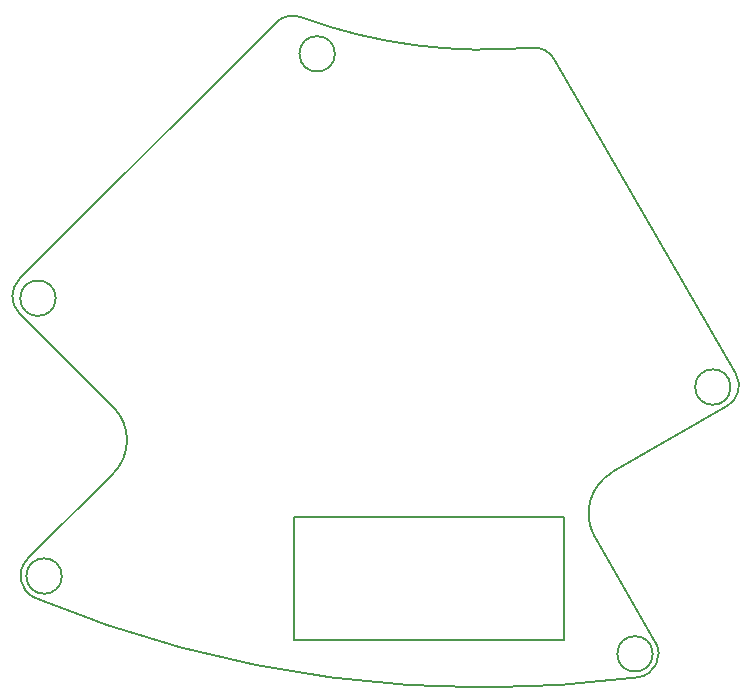
<source format=gbr>
%TF.GenerationSoftware,KiCad,Pcbnew,(6.0.5)*%
%TF.CreationDate,2022-10-17T22:54:22+09:00*%
%TF.ProjectId,psu_board,7073755f-626f-4617-9264-2e6b69636164,rev?*%
%TF.SameCoordinates,Original*%
%TF.FileFunction,Profile,NP*%
%FSLAX46Y46*%
G04 Gerber Fmt 4.6, Leading zero omitted, Abs format (unit mm)*
G04 Created by KiCad (PCBNEW (6.0.5)) date 2022-10-17 22:54:22*
%MOMM*%
%LPD*%
G01*
G04 APERTURE LIST*
%TA.AperFunction,Profile*%
%ADD10C,0.200000*%
%TD*%
G04 APERTURE END LIST*
D10*
X118956033Y-99549887D02*
G75*
G03*
X118956010Y-102378291I1414167J-1414213D01*
G01*
X126910961Y-115990097D02*
X119651769Y-123249288D01*
X179185994Y-108663346D02*
G75*
G03*
X179185994Y-108663346I-1500000J0D01*
G01*
X126910961Y-115990097D02*
G75*
G03*
X126910961Y-110333243I-2828431J2828427D01*
G01*
X142803484Y-77342276D02*
G75*
G03*
X162347407Y-79915282I15503016J42245176D01*
G01*
X179634551Y-107538346D02*
X164259053Y-80907202D01*
X145684100Y-80449124D02*
G75*
G03*
X145684100Y-80449124I-1500000J0D01*
G01*
X142240000Y-119634000D02*
X165100000Y-119634000D01*
X165100000Y-119634000D02*
X165100000Y-130048000D01*
X165100000Y-130048000D02*
X142240000Y-130048000D01*
X142240000Y-130048000D02*
X142240000Y-119634000D01*
X169159719Y-115895404D02*
G75*
G03*
X167695613Y-121359498I1999981J-3464096D01*
G01*
X142803502Y-77342228D02*
G75*
G03*
X140700247Y-77805626I-689002J-1877572D01*
G01*
X178902469Y-110270342D02*
G75*
G03*
X179634551Y-107538346I-999969J1732042D01*
G01*
X119651771Y-123249290D02*
G75*
G03*
X120298137Y-126510232I1414229J-1414210D01*
G01*
X169159714Y-115895396D02*
X178902500Y-110270396D01*
X140700247Y-77805626D02*
X118956010Y-99549864D01*
X172596586Y-131250156D02*
G75*
G03*
X172596586Y-131250156I-1500000J0D01*
G01*
X118956010Y-102378291D02*
X126910961Y-110333243D01*
X171360306Y-133232748D02*
G75*
G03*
X172828636Y-130250156I-263706J1982548D01*
G01*
X172828636Y-130250156D02*
X167695613Y-121359498D01*
X120298137Y-126510231D02*
G75*
G03*
X171360299Y-133232693I38008363J91413131D01*
G01*
X122047000Y-101140854D02*
G75*
G03*
X122047000Y-101140854I-1500000J0D01*
G01*
X164259050Y-80907203D02*
G75*
G03*
X162347407Y-79915282I-1732050J-999997D01*
G01*
X122565983Y-124663502D02*
G75*
G03*
X122565983Y-124663502I-1500000J0D01*
G01*
M02*

</source>
